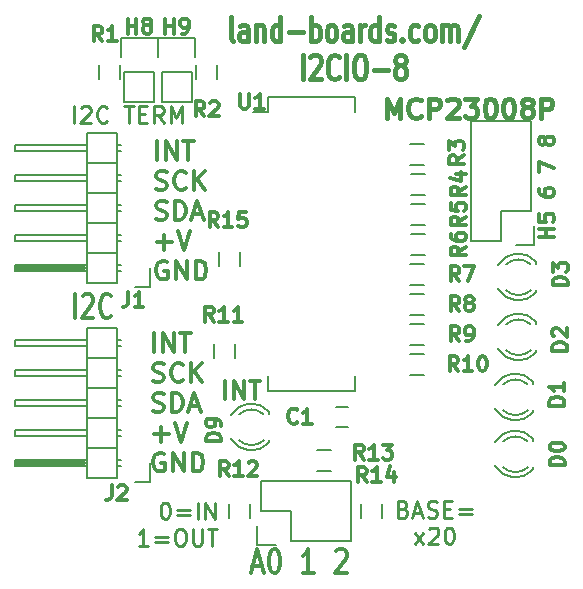
<source format=gto>
G04 #@! TF.FileFunction,Legend,Top*
%FSLAX46Y46*%
G04 Gerber Fmt 4.6, Leading zero omitted, Abs format (unit mm)*
G04 Created by KiCad (PCBNEW (after 2015-mar-04 BZR unknown)-product) date 11/20/2015 3:36:00 PM*
%MOMM*%
G01*
G04 APERTURE LIST*
%ADD10C,0.150000*%
%ADD11C,0.304800*%
%ADD12C,0.285750*%
%ADD13C,0.381000*%
%ADD14C,0.412750*%
G04 APERTURE END LIST*
D10*
D11*
X13331976Y-29445555D02*
X13331976Y-27858055D01*
X14087928Y-29445555D02*
X14087928Y-27858055D01*
X14995071Y-29445555D01*
X14995071Y-27858055D01*
X15524237Y-27858055D02*
X16431380Y-27858055D01*
X15977809Y-29445555D02*
X15977809Y-27858055D01*
X13256381Y-31897260D02*
X13483167Y-31972855D01*
X13861143Y-31972855D01*
X14012333Y-31897260D01*
X14087929Y-31821664D01*
X14163524Y-31670474D01*
X14163524Y-31519283D01*
X14087929Y-31368093D01*
X14012333Y-31292498D01*
X13861143Y-31216902D01*
X13558762Y-31141307D01*
X13407571Y-31065712D01*
X13331976Y-30990117D01*
X13256381Y-30838926D01*
X13256381Y-30687736D01*
X13331976Y-30536545D01*
X13407571Y-30460950D01*
X13558762Y-30385355D01*
X13936738Y-30385355D01*
X14163524Y-30460950D01*
X15751024Y-31821664D02*
X15675429Y-31897260D01*
X15448643Y-31972855D01*
X15297453Y-31972855D01*
X15070667Y-31897260D01*
X14919476Y-31746069D01*
X14843881Y-31594879D01*
X14768286Y-31292498D01*
X14768286Y-31065712D01*
X14843881Y-30763331D01*
X14919476Y-30612140D01*
X15070667Y-30460950D01*
X15297453Y-30385355D01*
X15448643Y-30385355D01*
X15675429Y-30460950D01*
X15751024Y-30536545D01*
X16431381Y-31972855D02*
X16431381Y-30385355D01*
X17338524Y-31972855D02*
X16658167Y-31065712D01*
X17338524Y-30385355D02*
X16431381Y-31292498D01*
X13256381Y-34424560D02*
X13483167Y-34500155D01*
X13861143Y-34500155D01*
X14012333Y-34424560D01*
X14087929Y-34348964D01*
X14163524Y-34197774D01*
X14163524Y-34046583D01*
X14087929Y-33895393D01*
X14012333Y-33819798D01*
X13861143Y-33744202D01*
X13558762Y-33668607D01*
X13407571Y-33593012D01*
X13331976Y-33517417D01*
X13256381Y-33366226D01*
X13256381Y-33215036D01*
X13331976Y-33063845D01*
X13407571Y-32988250D01*
X13558762Y-32912655D01*
X13936738Y-32912655D01*
X14163524Y-32988250D01*
X14843881Y-34500155D02*
X14843881Y-32912655D01*
X15221857Y-32912655D01*
X15448643Y-32988250D01*
X15599834Y-33139440D01*
X15675429Y-33290631D01*
X15751024Y-33593012D01*
X15751024Y-33819798D01*
X15675429Y-34122179D01*
X15599834Y-34273369D01*
X15448643Y-34424560D01*
X15221857Y-34500155D01*
X14843881Y-34500155D01*
X16355786Y-34046583D02*
X17111738Y-34046583D01*
X16204595Y-34500155D02*
X16733762Y-32912655D01*
X17262929Y-34500155D01*
X13331976Y-36422693D02*
X14541500Y-36422693D01*
X13936738Y-37027455D02*
X13936738Y-35817931D01*
X15070666Y-35439955D02*
X15599833Y-37027455D01*
X16129000Y-35439955D01*
X14163524Y-38042850D02*
X14012333Y-37967255D01*
X13785548Y-37967255D01*
X13558762Y-38042850D01*
X13407571Y-38194040D01*
X13331976Y-38345231D01*
X13256381Y-38647612D01*
X13256381Y-38874398D01*
X13331976Y-39176779D01*
X13407571Y-39327969D01*
X13558762Y-39479160D01*
X13785548Y-39554755D01*
X13936738Y-39554755D01*
X14163524Y-39479160D01*
X14239119Y-39403564D01*
X14239119Y-38874398D01*
X13936738Y-38874398D01*
X14919476Y-39554755D02*
X14919476Y-37967255D01*
X15826619Y-39554755D01*
X15826619Y-37967255D01*
X16582571Y-39554755D02*
X16582571Y-37967255D01*
X16960547Y-37967255D01*
X17187333Y-38042850D01*
X17338524Y-38194040D01*
X17414119Y-38345231D01*
X17489714Y-38647612D01*
X17489714Y-38874398D01*
X17414119Y-39176779D01*
X17338524Y-39327969D01*
X17187333Y-39479160D01*
X16960547Y-39554755D01*
X16582571Y-39554755D01*
D12*
X6555620Y-10029976D02*
X6555620Y-8632976D01*
X7154334Y-8766024D02*
X7220858Y-8699500D01*
X7353906Y-8632976D01*
X7686525Y-8632976D01*
X7819572Y-8699500D01*
X7886096Y-8766024D01*
X7952620Y-8899071D01*
X7952620Y-9032119D01*
X7886096Y-9231690D01*
X7087810Y-10029976D01*
X7952620Y-10029976D01*
X9349620Y-9896929D02*
X9283096Y-9963452D01*
X9083525Y-10029976D01*
X8950477Y-10029976D01*
X8750905Y-9963452D01*
X8617858Y-9830405D01*
X8551334Y-9697357D01*
X8484810Y-9431262D01*
X8484810Y-9231690D01*
X8551334Y-8965595D01*
X8617858Y-8832548D01*
X8750905Y-8699500D01*
X8950477Y-8632976D01*
X9083525Y-8632976D01*
X9283096Y-8699500D01*
X9349620Y-8766024D01*
X10813144Y-8632976D02*
X11611429Y-8632976D01*
X11212286Y-10029976D02*
X11212286Y-8632976D01*
X12077096Y-9298214D02*
X12542763Y-9298214D01*
X12742334Y-10029976D02*
X12077096Y-10029976D01*
X12077096Y-8632976D01*
X12742334Y-8632976D01*
X14139334Y-10029976D02*
X13673667Y-9364738D01*
X13341048Y-10029976D02*
X13341048Y-8632976D01*
X13873239Y-8632976D01*
X14006286Y-8699500D01*
X14072810Y-8766024D01*
X14139334Y-8899071D01*
X14139334Y-9098643D01*
X14072810Y-9231690D01*
X14006286Y-9298214D01*
X13873239Y-9364738D01*
X13341048Y-9364738D01*
X14738048Y-10029976D02*
X14738048Y-8632976D01*
X15203715Y-9630833D01*
X15669381Y-8632976D01*
X15669381Y-10029976D01*
X14205857Y-42183201D02*
X14338905Y-42183201D01*
X14471953Y-42249725D01*
X14538476Y-42316249D01*
X14605000Y-42449296D01*
X14671524Y-42715392D01*
X14671524Y-43048011D01*
X14605000Y-43314106D01*
X14538476Y-43447154D01*
X14471953Y-43513677D01*
X14338905Y-43580201D01*
X14205857Y-43580201D01*
X14072810Y-43513677D01*
X14006286Y-43447154D01*
X13939762Y-43314106D01*
X13873238Y-43048011D01*
X13873238Y-42715392D01*
X13939762Y-42449296D01*
X14006286Y-42316249D01*
X14072810Y-42249725D01*
X14205857Y-42183201D01*
X15270238Y-42848439D02*
X16334619Y-42848439D01*
X16334619Y-43247582D02*
X15270238Y-43247582D01*
X16999857Y-43580201D02*
X16999857Y-42183201D01*
X17665095Y-43580201D02*
X17665095Y-42183201D01*
X18463381Y-43580201D01*
X18463381Y-42183201D01*
X12808857Y-45821751D02*
X12010571Y-45821751D01*
X12409714Y-45821751D02*
X12409714Y-44424751D01*
X12276666Y-44624323D01*
X12143619Y-44757370D01*
X12010571Y-44823894D01*
X13407571Y-45089989D02*
X14471952Y-45089989D01*
X14471952Y-45489132D02*
X13407571Y-45489132D01*
X15403285Y-44424751D02*
X15669381Y-44424751D01*
X15802428Y-44491275D01*
X15935476Y-44624323D01*
X16002000Y-44890418D01*
X16002000Y-45356085D01*
X15935476Y-45622180D01*
X15802428Y-45755227D01*
X15669381Y-45821751D01*
X15403285Y-45821751D01*
X15270238Y-45755227D01*
X15137190Y-45622180D01*
X15070666Y-45356085D01*
X15070666Y-44890418D01*
X15137190Y-44624323D01*
X15270238Y-44491275D01*
X15403285Y-44424751D01*
X16600714Y-44424751D02*
X16600714Y-45555656D01*
X16667238Y-45688704D01*
X16733762Y-45755227D01*
X16866809Y-45821751D01*
X17132905Y-45821751D01*
X17265952Y-45755227D01*
X17332476Y-45688704D01*
X17399000Y-45555656D01*
X17399000Y-44424751D01*
X17864667Y-44424751D02*
X18662952Y-44424751D01*
X18263809Y-45821751D02*
X18263809Y-44424751D01*
X34423048Y-42721439D02*
X34622619Y-42787963D01*
X34689143Y-42854487D01*
X34755667Y-42987535D01*
X34755667Y-43187106D01*
X34689143Y-43320154D01*
X34622619Y-43386677D01*
X34489572Y-43453201D01*
X33957381Y-43453201D01*
X33957381Y-42056201D01*
X34423048Y-42056201D01*
X34556095Y-42122725D01*
X34622619Y-42189249D01*
X34689143Y-42322296D01*
X34689143Y-42455344D01*
X34622619Y-42588392D01*
X34556095Y-42654915D01*
X34423048Y-42721439D01*
X33957381Y-42721439D01*
X35287857Y-43054058D02*
X35953095Y-43054058D01*
X35154810Y-43453201D02*
X35620476Y-42056201D01*
X36086143Y-43453201D01*
X36485286Y-43386677D02*
X36684858Y-43453201D01*
X37017477Y-43453201D01*
X37150524Y-43386677D01*
X37217048Y-43320154D01*
X37283572Y-43187106D01*
X37283572Y-43054058D01*
X37217048Y-42921011D01*
X37150524Y-42854487D01*
X37017477Y-42787963D01*
X36751381Y-42721439D01*
X36618334Y-42654915D01*
X36551810Y-42588392D01*
X36485286Y-42455344D01*
X36485286Y-42322296D01*
X36551810Y-42189249D01*
X36618334Y-42122725D01*
X36751381Y-42056201D01*
X37084001Y-42056201D01*
X37283572Y-42122725D01*
X37882286Y-42721439D02*
X38347953Y-42721439D01*
X38547524Y-43453201D02*
X37882286Y-43453201D01*
X37882286Y-42056201D01*
X38547524Y-42056201D01*
X39146238Y-42721439D02*
X40210619Y-42721439D01*
X40210619Y-43120582D02*
X39146238Y-43120582D01*
X35387643Y-45694751D02*
X36119405Y-44763418D01*
X35387643Y-44763418D02*
X36119405Y-45694751D01*
X36585072Y-44430799D02*
X36651596Y-44364275D01*
X36784644Y-44297751D01*
X37117263Y-44297751D01*
X37250310Y-44364275D01*
X37316834Y-44430799D01*
X37383358Y-44563846D01*
X37383358Y-44696894D01*
X37316834Y-44896465D01*
X36518548Y-45694751D01*
X37383358Y-45694751D01*
X38248167Y-44297751D02*
X38381215Y-44297751D01*
X38514263Y-44364275D01*
X38580786Y-44430799D01*
X38647310Y-44563846D01*
X38713834Y-44829942D01*
X38713834Y-45162561D01*
X38647310Y-45428656D01*
X38580786Y-45561704D01*
X38514263Y-45628227D01*
X38381215Y-45694751D01*
X38248167Y-45694751D01*
X38115120Y-45628227D01*
X38048596Y-45561704D01*
X37982072Y-45428656D01*
X37915548Y-45162561D01*
X37915548Y-44829942D01*
X37982072Y-44563846D01*
X38048596Y-44430799D01*
X38115120Y-44364275D01*
X38248167Y-44297751D01*
D11*
X47183524Y-19727333D02*
X45913524Y-19727333D01*
X46518286Y-19727333D02*
X46518286Y-19001619D01*
X47183524Y-19001619D02*
X45913524Y-19001619D01*
X45913524Y-17792095D02*
X45913524Y-18396857D01*
X46518286Y-18457333D01*
X46457810Y-18396857D01*
X46397333Y-18275905D01*
X46397333Y-17973524D01*
X46457810Y-17852571D01*
X46518286Y-17792095D01*
X46639238Y-17731619D01*
X46941619Y-17731619D01*
X47062571Y-17792095D01*
X47123048Y-17852571D01*
X47183524Y-17973524D01*
X47183524Y-18275905D01*
X47123048Y-18396857D01*
X47062571Y-18457333D01*
X45913524Y-15675428D02*
X45913524Y-15917333D01*
X45974000Y-16038285D01*
X46034476Y-16098762D01*
X46215905Y-16219714D01*
X46457810Y-16280190D01*
X46941619Y-16280190D01*
X47062571Y-16219714D01*
X47123048Y-16159238D01*
X47183524Y-16038285D01*
X47183524Y-15796381D01*
X47123048Y-15675428D01*
X47062571Y-15614952D01*
X46941619Y-15554476D01*
X46639238Y-15554476D01*
X46518286Y-15614952D01*
X46457810Y-15675428D01*
X46397333Y-15796381D01*
X46397333Y-16038285D01*
X46457810Y-16159238D01*
X46518286Y-16219714D01*
X46639238Y-16280190D01*
X45913524Y-14163523D02*
X45913524Y-13316857D01*
X47183524Y-13861142D01*
X46457810Y-11683999D02*
X46397333Y-11804952D01*
X46336857Y-11865428D01*
X46215905Y-11925904D01*
X46155429Y-11925904D01*
X46034476Y-11865428D01*
X45974000Y-11804952D01*
X45913524Y-11683999D01*
X45913524Y-11442095D01*
X45974000Y-11321142D01*
X46034476Y-11260666D01*
X46155429Y-11200190D01*
X46215905Y-11200190D01*
X46336857Y-11260666D01*
X46397333Y-11321142D01*
X46457810Y-11442095D01*
X46457810Y-11683999D01*
X46518286Y-11804952D01*
X46578762Y-11865428D01*
X46699714Y-11925904D01*
X46941619Y-11925904D01*
X47062571Y-11865428D01*
X47123048Y-11804952D01*
X47183524Y-11683999D01*
X47183524Y-11442095D01*
X47123048Y-11321142D01*
X47062571Y-11260666D01*
X46941619Y-11200190D01*
X46699714Y-11200190D01*
X46578762Y-11260666D01*
X46518286Y-11321142D01*
X46457810Y-11442095D01*
X19322143Y-33455429D02*
X19322143Y-31931429D01*
X20047857Y-33455429D02*
X20047857Y-31931429D01*
X20918714Y-33455429D01*
X20918714Y-31931429D01*
X21426714Y-31931429D02*
X22297571Y-31931429D01*
X21862142Y-33455429D02*
X21862142Y-31931429D01*
X13585976Y-13189555D02*
X13585976Y-11602055D01*
X14341928Y-13189555D02*
X14341928Y-11602055D01*
X15249071Y-13189555D01*
X15249071Y-11602055D01*
X15778237Y-11602055D02*
X16685380Y-11602055D01*
X16231809Y-13189555D02*
X16231809Y-11602055D01*
X13510381Y-15641260D02*
X13737167Y-15716855D01*
X14115143Y-15716855D01*
X14266333Y-15641260D01*
X14341929Y-15565664D01*
X14417524Y-15414474D01*
X14417524Y-15263283D01*
X14341929Y-15112093D01*
X14266333Y-15036498D01*
X14115143Y-14960902D01*
X13812762Y-14885307D01*
X13661571Y-14809712D01*
X13585976Y-14734117D01*
X13510381Y-14582926D01*
X13510381Y-14431736D01*
X13585976Y-14280545D01*
X13661571Y-14204950D01*
X13812762Y-14129355D01*
X14190738Y-14129355D01*
X14417524Y-14204950D01*
X16005024Y-15565664D02*
X15929429Y-15641260D01*
X15702643Y-15716855D01*
X15551453Y-15716855D01*
X15324667Y-15641260D01*
X15173476Y-15490069D01*
X15097881Y-15338879D01*
X15022286Y-15036498D01*
X15022286Y-14809712D01*
X15097881Y-14507331D01*
X15173476Y-14356140D01*
X15324667Y-14204950D01*
X15551453Y-14129355D01*
X15702643Y-14129355D01*
X15929429Y-14204950D01*
X16005024Y-14280545D01*
X16685381Y-15716855D02*
X16685381Y-14129355D01*
X17592524Y-15716855D02*
X16912167Y-14809712D01*
X17592524Y-14129355D02*
X16685381Y-15036498D01*
X13510381Y-18168560D02*
X13737167Y-18244155D01*
X14115143Y-18244155D01*
X14266333Y-18168560D01*
X14341929Y-18092964D01*
X14417524Y-17941774D01*
X14417524Y-17790583D01*
X14341929Y-17639393D01*
X14266333Y-17563798D01*
X14115143Y-17488202D01*
X13812762Y-17412607D01*
X13661571Y-17337012D01*
X13585976Y-17261417D01*
X13510381Y-17110226D01*
X13510381Y-16959036D01*
X13585976Y-16807845D01*
X13661571Y-16732250D01*
X13812762Y-16656655D01*
X14190738Y-16656655D01*
X14417524Y-16732250D01*
X15097881Y-18244155D02*
X15097881Y-16656655D01*
X15475857Y-16656655D01*
X15702643Y-16732250D01*
X15853834Y-16883440D01*
X15929429Y-17034631D01*
X16005024Y-17337012D01*
X16005024Y-17563798D01*
X15929429Y-17866179D01*
X15853834Y-18017369D01*
X15702643Y-18168560D01*
X15475857Y-18244155D01*
X15097881Y-18244155D01*
X16609786Y-17790583D02*
X17365738Y-17790583D01*
X16458595Y-18244155D02*
X16987762Y-16656655D01*
X17516929Y-18244155D01*
X13585976Y-20166693D02*
X14795500Y-20166693D01*
X14190738Y-20771455D02*
X14190738Y-19561931D01*
X15324666Y-19183955D02*
X15853833Y-20771455D01*
X16383000Y-19183955D01*
X14417524Y-21786850D02*
X14266333Y-21711255D01*
X14039548Y-21711255D01*
X13812762Y-21786850D01*
X13661571Y-21938040D01*
X13585976Y-22089231D01*
X13510381Y-22391612D01*
X13510381Y-22618398D01*
X13585976Y-22920779D01*
X13661571Y-23071969D01*
X13812762Y-23223160D01*
X14039548Y-23298755D01*
X14190738Y-23298755D01*
X14417524Y-23223160D01*
X14493119Y-23147564D01*
X14493119Y-22618398D01*
X14190738Y-22618398D01*
X15173476Y-23298755D02*
X15173476Y-21711255D01*
X16080619Y-23298755D01*
X16080619Y-21711255D01*
X16836571Y-23298755D02*
X16836571Y-21711255D01*
X17214547Y-21711255D01*
X17441333Y-21786850D01*
X17592524Y-21938040D01*
X17668119Y-22089231D01*
X17743714Y-22391612D01*
X17743714Y-22618398D01*
X17668119Y-22920779D01*
X17592524Y-23071969D01*
X17441333Y-23223160D01*
X17214547Y-23298755D01*
X16836571Y-23298755D01*
D13*
X20029715Y-3116338D02*
X19884573Y-3019576D01*
X19812001Y-2826052D01*
X19812001Y-1084338D01*
X21263430Y-3116338D02*
X21263430Y-2051957D01*
X21190859Y-1858433D01*
X21045716Y-1761671D01*
X20755430Y-1761671D01*
X20610287Y-1858433D01*
X21263430Y-3019576D02*
X21118287Y-3116338D01*
X20755430Y-3116338D01*
X20610287Y-3019576D01*
X20537716Y-2826052D01*
X20537716Y-2632529D01*
X20610287Y-2439005D01*
X20755430Y-2342243D01*
X21118287Y-2342243D01*
X21263430Y-2245481D01*
X21989144Y-1761671D02*
X21989144Y-3116338D01*
X21989144Y-1955195D02*
X22061716Y-1858433D01*
X22206858Y-1761671D01*
X22424573Y-1761671D01*
X22569716Y-1858433D01*
X22642287Y-2051957D01*
X22642287Y-3116338D01*
X24021144Y-3116338D02*
X24021144Y-1084338D01*
X24021144Y-3019576D02*
X23876001Y-3116338D01*
X23585715Y-3116338D01*
X23440573Y-3019576D01*
X23368001Y-2922814D01*
X23295430Y-2729290D01*
X23295430Y-2148719D01*
X23368001Y-1955195D01*
X23440573Y-1858433D01*
X23585715Y-1761671D01*
X23876001Y-1761671D01*
X24021144Y-1858433D01*
X24746858Y-2342243D02*
X25908001Y-2342243D01*
X26633715Y-3116338D02*
X26633715Y-1084338D01*
X26633715Y-1858433D02*
X26778858Y-1761671D01*
X27069144Y-1761671D01*
X27214287Y-1858433D01*
X27286858Y-1955195D01*
X27359429Y-2148719D01*
X27359429Y-2729290D01*
X27286858Y-2922814D01*
X27214287Y-3019576D01*
X27069144Y-3116338D01*
X26778858Y-3116338D01*
X26633715Y-3019576D01*
X28230286Y-3116338D02*
X28085144Y-3019576D01*
X28012572Y-2922814D01*
X27940001Y-2729290D01*
X27940001Y-2148719D01*
X28012572Y-1955195D01*
X28085144Y-1858433D01*
X28230286Y-1761671D01*
X28448001Y-1761671D01*
X28593144Y-1858433D01*
X28665715Y-1955195D01*
X28738286Y-2148719D01*
X28738286Y-2729290D01*
X28665715Y-2922814D01*
X28593144Y-3019576D01*
X28448001Y-3116338D01*
X28230286Y-3116338D01*
X30044572Y-3116338D02*
X30044572Y-2051957D01*
X29972001Y-1858433D01*
X29826858Y-1761671D01*
X29536572Y-1761671D01*
X29391429Y-1858433D01*
X30044572Y-3019576D02*
X29899429Y-3116338D01*
X29536572Y-3116338D01*
X29391429Y-3019576D01*
X29318858Y-2826052D01*
X29318858Y-2632529D01*
X29391429Y-2439005D01*
X29536572Y-2342243D01*
X29899429Y-2342243D01*
X30044572Y-2245481D01*
X30770286Y-3116338D02*
X30770286Y-1761671D01*
X30770286Y-2148719D02*
X30842858Y-1955195D01*
X30915429Y-1858433D01*
X31060572Y-1761671D01*
X31205715Y-1761671D01*
X32366858Y-3116338D02*
X32366858Y-1084338D01*
X32366858Y-3019576D02*
X32221715Y-3116338D01*
X31931429Y-3116338D01*
X31786287Y-3019576D01*
X31713715Y-2922814D01*
X31641144Y-2729290D01*
X31641144Y-2148719D01*
X31713715Y-1955195D01*
X31786287Y-1858433D01*
X31931429Y-1761671D01*
X32221715Y-1761671D01*
X32366858Y-1858433D01*
X33020001Y-3019576D02*
X33165144Y-3116338D01*
X33455429Y-3116338D01*
X33600572Y-3019576D01*
X33673144Y-2826052D01*
X33673144Y-2729290D01*
X33600572Y-2535767D01*
X33455429Y-2439005D01*
X33237715Y-2439005D01*
X33092572Y-2342243D01*
X33020001Y-2148719D01*
X33020001Y-2051957D01*
X33092572Y-1858433D01*
X33237715Y-1761671D01*
X33455429Y-1761671D01*
X33600572Y-1858433D01*
X34326286Y-2922814D02*
X34398858Y-3019576D01*
X34326286Y-3116338D01*
X34253715Y-3019576D01*
X34326286Y-2922814D01*
X34326286Y-3116338D01*
X35705143Y-3019576D02*
X35560000Y-3116338D01*
X35269714Y-3116338D01*
X35124572Y-3019576D01*
X35052000Y-2922814D01*
X34979429Y-2729290D01*
X34979429Y-2148719D01*
X35052000Y-1955195D01*
X35124572Y-1858433D01*
X35269714Y-1761671D01*
X35560000Y-1761671D01*
X35705143Y-1858433D01*
X36576000Y-3116338D02*
X36430858Y-3019576D01*
X36358286Y-2922814D01*
X36285715Y-2729290D01*
X36285715Y-2148719D01*
X36358286Y-1955195D01*
X36430858Y-1858433D01*
X36576000Y-1761671D01*
X36793715Y-1761671D01*
X36938858Y-1858433D01*
X37011429Y-1955195D01*
X37084000Y-2148719D01*
X37084000Y-2729290D01*
X37011429Y-2922814D01*
X36938858Y-3019576D01*
X36793715Y-3116338D01*
X36576000Y-3116338D01*
X37737143Y-3116338D02*
X37737143Y-1761671D01*
X37737143Y-1955195D02*
X37809715Y-1858433D01*
X37954857Y-1761671D01*
X38172572Y-1761671D01*
X38317715Y-1858433D01*
X38390286Y-2051957D01*
X38390286Y-3116338D01*
X38390286Y-2051957D02*
X38462857Y-1858433D01*
X38608000Y-1761671D01*
X38825715Y-1761671D01*
X38970857Y-1858433D01*
X39043429Y-2051957D01*
X39043429Y-3116338D01*
X40857715Y-987576D02*
X39551429Y-3600148D01*
X25908000Y-6342138D02*
X25908000Y-4310138D01*
X26561143Y-4503662D02*
X26633714Y-4406900D01*
X26778857Y-4310138D01*
X27141714Y-4310138D01*
X27286857Y-4406900D01*
X27359428Y-4503662D01*
X27432000Y-4697186D01*
X27432000Y-4890710D01*
X27359428Y-5180995D01*
X26488571Y-6342138D01*
X27432000Y-6342138D01*
X28956000Y-6148614D02*
X28883429Y-6245376D01*
X28665715Y-6342138D01*
X28520572Y-6342138D01*
X28302857Y-6245376D01*
X28157715Y-6051852D01*
X28085143Y-5858329D01*
X28012572Y-5471281D01*
X28012572Y-5180995D01*
X28085143Y-4793948D01*
X28157715Y-4600424D01*
X28302857Y-4406900D01*
X28520572Y-4310138D01*
X28665715Y-4310138D01*
X28883429Y-4406900D01*
X28956000Y-4503662D01*
X29609143Y-6342138D02*
X29609143Y-4310138D01*
X30625143Y-4310138D02*
X30915429Y-4310138D01*
X31060571Y-4406900D01*
X31205714Y-4600424D01*
X31278286Y-4987471D01*
X31278286Y-5664805D01*
X31205714Y-6051852D01*
X31060571Y-6245376D01*
X30915429Y-6342138D01*
X30625143Y-6342138D01*
X30480000Y-6245376D01*
X30334857Y-6051852D01*
X30262286Y-5664805D01*
X30262286Y-4987471D01*
X30334857Y-4600424D01*
X30480000Y-4406900D01*
X30625143Y-4310138D01*
X31931428Y-5568043D02*
X33092571Y-5568043D01*
X34035999Y-5180995D02*
X33890857Y-5084233D01*
X33818285Y-4987471D01*
X33745714Y-4793948D01*
X33745714Y-4697186D01*
X33818285Y-4503662D01*
X33890857Y-4406900D01*
X34035999Y-4310138D01*
X34326285Y-4310138D01*
X34471428Y-4406900D01*
X34543999Y-4503662D01*
X34616571Y-4697186D01*
X34616571Y-4793948D01*
X34543999Y-4987471D01*
X34471428Y-5084233D01*
X34326285Y-5180995D01*
X34035999Y-5180995D01*
X33890857Y-5277757D01*
X33818285Y-5374519D01*
X33745714Y-5568043D01*
X33745714Y-5955090D01*
X33818285Y-6148614D01*
X33890857Y-6245376D01*
X34035999Y-6342138D01*
X34326285Y-6342138D01*
X34471428Y-6245376D01*
X34543999Y-6148614D01*
X34616571Y-5955090D01*
X34616571Y-5568043D01*
X34543999Y-5374519D01*
X34471428Y-5277757D01*
X34326285Y-5180995D01*
D14*
X33047214Y-9636881D02*
X33047214Y-7985881D01*
X33597548Y-9165167D01*
X34147881Y-7985881D01*
X34147881Y-9636881D01*
X35877500Y-9479643D02*
X35798881Y-9558262D01*
X35563024Y-9636881D01*
X35405786Y-9636881D01*
X35169928Y-9558262D01*
X35012690Y-9401024D01*
X34934071Y-9243786D01*
X34855452Y-8929310D01*
X34855452Y-8693452D01*
X34934071Y-8378976D01*
X35012690Y-8221738D01*
X35169928Y-8064500D01*
X35405786Y-7985881D01*
X35563024Y-7985881D01*
X35798881Y-8064500D01*
X35877500Y-8143119D01*
X36585071Y-9636881D02*
X36585071Y-7985881D01*
X37214024Y-7985881D01*
X37371262Y-8064500D01*
X37449881Y-8143119D01*
X37528500Y-8300357D01*
X37528500Y-8536214D01*
X37449881Y-8693452D01*
X37371262Y-8772071D01*
X37214024Y-8850690D01*
X36585071Y-8850690D01*
X38157452Y-8143119D02*
X38236071Y-8064500D01*
X38393309Y-7985881D01*
X38786405Y-7985881D01*
X38943643Y-8064500D01*
X39022262Y-8143119D01*
X39100881Y-8300357D01*
X39100881Y-8457595D01*
X39022262Y-8693452D01*
X38078833Y-9636881D01*
X39100881Y-9636881D01*
X39651214Y-7985881D02*
X40673262Y-7985881D01*
X40122928Y-8614833D01*
X40358786Y-8614833D01*
X40516024Y-8693452D01*
X40594643Y-8772071D01*
X40673262Y-8929310D01*
X40673262Y-9322405D01*
X40594643Y-9479643D01*
X40516024Y-9558262D01*
X40358786Y-9636881D01*
X39887071Y-9636881D01*
X39729833Y-9558262D01*
X39651214Y-9479643D01*
X41695309Y-7985881D02*
X41852548Y-7985881D01*
X42009786Y-8064500D01*
X42088405Y-8143119D01*
X42167024Y-8300357D01*
X42245643Y-8614833D01*
X42245643Y-9007929D01*
X42167024Y-9322405D01*
X42088405Y-9479643D01*
X42009786Y-9558262D01*
X41852548Y-9636881D01*
X41695309Y-9636881D01*
X41538071Y-9558262D01*
X41459452Y-9479643D01*
X41380833Y-9322405D01*
X41302214Y-9007929D01*
X41302214Y-8614833D01*
X41380833Y-8300357D01*
X41459452Y-8143119D01*
X41538071Y-8064500D01*
X41695309Y-7985881D01*
X43267690Y-7985881D02*
X43424929Y-7985881D01*
X43582167Y-8064500D01*
X43660786Y-8143119D01*
X43739405Y-8300357D01*
X43818024Y-8614833D01*
X43818024Y-9007929D01*
X43739405Y-9322405D01*
X43660786Y-9479643D01*
X43582167Y-9558262D01*
X43424929Y-9636881D01*
X43267690Y-9636881D01*
X43110452Y-9558262D01*
X43031833Y-9479643D01*
X42953214Y-9322405D01*
X42874595Y-9007929D01*
X42874595Y-8614833D01*
X42953214Y-8300357D01*
X43031833Y-8143119D01*
X43110452Y-8064500D01*
X43267690Y-7985881D01*
X44761452Y-8693452D02*
X44604214Y-8614833D01*
X44525595Y-8536214D01*
X44446976Y-8378976D01*
X44446976Y-8300357D01*
X44525595Y-8143119D01*
X44604214Y-8064500D01*
X44761452Y-7985881D01*
X45075929Y-7985881D01*
X45233167Y-8064500D01*
X45311786Y-8143119D01*
X45390405Y-8300357D01*
X45390405Y-8378976D01*
X45311786Y-8536214D01*
X45233167Y-8614833D01*
X45075929Y-8693452D01*
X44761452Y-8693452D01*
X44604214Y-8772071D01*
X44525595Y-8850690D01*
X44446976Y-9007929D01*
X44446976Y-9322405D01*
X44525595Y-9479643D01*
X44604214Y-9558262D01*
X44761452Y-9636881D01*
X45075929Y-9636881D01*
X45233167Y-9558262D01*
X45311786Y-9479643D01*
X45390405Y-9322405D01*
X45390405Y-9007929D01*
X45311786Y-8850690D01*
X45233167Y-8772071D01*
X45075929Y-8693452D01*
X46097976Y-9636881D02*
X46097976Y-7985881D01*
X46726929Y-7985881D01*
X46884167Y-8064500D01*
X46962786Y-8143119D01*
X47041405Y-8300357D01*
X47041405Y-8536214D01*
X46962786Y-8693452D01*
X46884167Y-8772071D01*
X46726929Y-8850690D01*
X46097976Y-8850690D01*
D11*
X6640286Y-26573238D02*
X6640286Y-24541238D01*
X7293429Y-24734762D02*
X7366000Y-24638000D01*
X7511143Y-24541238D01*
X7874000Y-24541238D01*
X8019143Y-24638000D01*
X8091714Y-24734762D01*
X8164286Y-24928286D01*
X8164286Y-25121810D01*
X8091714Y-25412095D01*
X7220857Y-26573238D01*
X8164286Y-26573238D01*
X9688286Y-26379714D02*
X9615715Y-26476476D01*
X9398001Y-26573238D01*
X9252858Y-26573238D01*
X9035143Y-26476476D01*
X8890001Y-26282952D01*
X8817429Y-26089429D01*
X8744858Y-25702381D01*
X8744858Y-25412095D01*
X8817429Y-25025048D01*
X8890001Y-24831524D01*
X9035143Y-24638000D01*
X9252858Y-24541238D01*
X9398001Y-24541238D01*
X9615715Y-24638000D01*
X9688286Y-24734762D01*
X21644428Y-47582667D02*
X22430619Y-47582667D01*
X21487190Y-48163238D02*
X22037523Y-46131238D01*
X22587857Y-48163238D01*
X23452666Y-46131238D02*
X23609905Y-46131238D01*
X23767143Y-46228000D01*
X23845762Y-46324762D01*
X23924381Y-46518286D01*
X24003000Y-46905333D01*
X24003000Y-47389143D01*
X23924381Y-47776190D01*
X23845762Y-47969714D01*
X23767143Y-48066476D01*
X23609905Y-48163238D01*
X23452666Y-48163238D01*
X23295428Y-48066476D01*
X23216809Y-47969714D01*
X23138190Y-47776190D01*
X23059571Y-47389143D01*
X23059571Y-46905333D01*
X23138190Y-46518286D01*
X23216809Y-46324762D01*
X23295428Y-46228000D01*
X23452666Y-46131238D01*
X26833286Y-48163238D02*
X25889857Y-48163238D01*
X26361571Y-48163238D02*
X26361571Y-46131238D01*
X26204333Y-46421524D01*
X26047095Y-46615048D01*
X25889857Y-46711810D01*
X28720143Y-46324762D02*
X28798762Y-46228000D01*
X28956000Y-46131238D01*
X29349096Y-46131238D01*
X29506334Y-46228000D01*
X29584953Y-46324762D01*
X29663572Y-46518286D01*
X29663572Y-46711810D01*
X29584953Y-47002095D01*
X28641524Y-48163238D01*
X29663572Y-48163238D01*
D10*
X22995000Y-7865000D02*
X22995000Y-9135000D01*
X30345000Y-7865000D02*
X30345000Y-9135000D01*
X30345000Y-32775000D02*
X30345000Y-31505000D01*
X22995000Y-32775000D02*
X22995000Y-31505000D01*
X22995000Y-7865000D02*
X30345000Y-7865000D01*
X22995000Y-32775000D02*
X30345000Y-32775000D01*
X22995000Y-9135000D02*
X21710000Y-9135000D01*
X21449000Y-42326000D02*
X21449000Y-43526000D01*
X19699000Y-43526000D02*
X19699000Y-42326000D01*
X27086000Y-37733000D02*
X28286000Y-37733000D01*
X28286000Y-39483000D02*
X27086000Y-39483000D01*
X32625000Y-42326000D02*
X32625000Y-43526000D01*
X30875000Y-43526000D02*
X30875000Y-42326000D01*
X10400000Y-5115000D02*
X10400000Y-6315000D01*
X8650000Y-6315000D02*
X8650000Y-5115000D01*
X18655000Y-5115000D02*
X18655000Y-6315000D01*
X16905000Y-6315000D02*
X16905000Y-5115000D01*
X20179000Y-28737000D02*
X20179000Y-29937000D01*
X18429000Y-29937000D02*
X18429000Y-28737000D01*
X36160000Y-13575000D02*
X34960000Y-13575000D01*
X34960000Y-11825000D02*
X36160000Y-11825000D01*
X36287000Y-16115000D02*
X35087000Y-16115000D01*
X35087000Y-14365000D02*
X36287000Y-14365000D01*
X36287000Y-18655000D02*
X35087000Y-18655000D01*
X35087000Y-16905000D02*
X36287000Y-16905000D01*
X36287000Y-21195000D02*
X35087000Y-21195000D01*
X35087000Y-19445000D02*
X36287000Y-19445000D01*
X34960000Y-21985000D02*
X36160000Y-21985000D01*
X36160000Y-23735000D02*
X34960000Y-23735000D01*
X34960000Y-24525000D02*
X36160000Y-24525000D01*
X36160000Y-26275000D02*
X34960000Y-26275000D01*
X34960000Y-27065000D02*
X36160000Y-27065000D01*
X36160000Y-28815000D02*
X34960000Y-28815000D01*
X34960000Y-29605000D02*
X36160000Y-29605000D01*
X36160000Y-31355000D02*
X34960000Y-31355000D01*
X18810000Y-22190000D02*
X18810000Y-20990000D01*
X20560000Y-20990000D02*
X20560000Y-22190000D01*
X29710000Y-34075000D02*
X28710000Y-34075000D01*
X28710000Y-35775000D02*
X29710000Y-35775000D01*
X13335000Y-5715000D02*
X13335000Y-8255000D01*
X13615000Y-2895000D02*
X13615000Y-4445000D01*
X13335000Y-5715000D02*
X10795000Y-5715000D01*
X10515000Y-4445000D02*
X10515000Y-2895000D01*
X10515000Y-2895000D02*
X13615000Y-2895000D01*
X10795000Y-5715000D02*
X10795000Y-8255000D01*
X10795000Y-8255000D02*
X13335000Y-8255000D01*
X16510000Y-5715000D02*
X16510000Y-8255000D01*
X16790000Y-2895000D02*
X16790000Y-4445000D01*
X16510000Y-5715000D02*
X13970000Y-5715000D01*
X13690000Y-4445000D02*
X13690000Y-2895000D01*
X13690000Y-2895000D02*
X16790000Y-2895000D01*
X13970000Y-5715000D02*
X13970000Y-8255000D01*
X13970000Y-8255000D02*
X16510000Y-8255000D01*
X45212000Y-17526000D02*
X45212000Y-9906000D01*
X45212000Y-9906000D02*
X40132000Y-9906000D01*
X40132000Y-9906000D02*
X40132000Y-20066000D01*
X40132000Y-20066000D02*
X42672000Y-20066000D01*
X43942000Y-20346000D02*
X45492000Y-20346000D01*
X42672000Y-20066000D02*
X42672000Y-17526000D01*
X42672000Y-17526000D02*
X45212000Y-17526000D01*
X45492000Y-20346000D02*
X45492000Y-18796000D01*
X45411000Y-36786000D02*
X45411000Y-36986000D01*
X45411000Y-39380000D02*
X45411000Y-39200000D01*
X42183256Y-39069643D02*
G75*
G03X45411000Y-39386000I1727744J1003643D01*
G01*
X42858994Y-39199068D02*
G75*
G03X44962000Y-39200000I1052006J1133068D01*
G01*
X45398220Y-36759274D02*
G75*
G03X42161000Y-37106000I-1497220J-1306726D01*
G01*
X44924889Y-36986747D02*
G75*
G03X42877000Y-37006000I-1013889J-1079253D01*
G01*
X45411000Y-31960000D02*
X45411000Y-32160000D01*
X45411000Y-34554000D02*
X45411000Y-34374000D01*
X42183256Y-34243643D02*
G75*
G03X45411000Y-34560000I1727744J1003643D01*
G01*
X42858994Y-34373068D02*
G75*
G03X44962000Y-34374000I1052006J1133068D01*
G01*
X45398220Y-31933274D02*
G75*
G03X42161000Y-32280000I-1497220J-1306726D01*
G01*
X44924889Y-32160747D02*
G75*
G03X42877000Y-32180000I-1013889J-1079253D01*
G01*
X45665000Y-26880000D02*
X45665000Y-27080000D01*
X45665000Y-29474000D02*
X45665000Y-29294000D01*
X42437256Y-29163643D02*
G75*
G03X45665000Y-29480000I1727744J1003643D01*
G01*
X43112994Y-29293068D02*
G75*
G03X45216000Y-29294000I1052006J1133068D01*
G01*
X45652220Y-26853274D02*
G75*
G03X42415000Y-27200000I-1497220J-1306726D01*
G01*
X45178889Y-27080747D02*
G75*
G03X43131000Y-27100000I-1013889J-1079253D01*
G01*
X45665000Y-21800000D02*
X45665000Y-22000000D01*
X45665000Y-24394000D02*
X45665000Y-24214000D01*
X42437256Y-24083643D02*
G75*
G03X45665000Y-24400000I1727744J1003643D01*
G01*
X43112994Y-24213068D02*
G75*
G03X45216000Y-24214000I1052006J1133068D01*
G01*
X45652220Y-21773274D02*
G75*
G03X42415000Y-22120000I-1497220J-1306726D01*
G01*
X45178889Y-22000747D02*
G75*
G03X43131000Y-22020000I-1013889J-1079253D01*
G01*
X23059000Y-34500000D02*
X23059000Y-34700000D01*
X23059000Y-37094000D02*
X23059000Y-36914000D01*
X19831256Y-36783643D02*
G75*
G03X23059000Y-37100000I1727744J1003643D01*
G01*
X20506994Y-36913068D02*
G75*
G03X22610000Y-36914000I1052006J1133068D01*
G01*
X23046220Y-34473274D02*
G75*
G03X19809000Y-34820000I-1497220J-1306726D01*
G01*
X22572889Y-34700747D02*
G75*
G03X20525000Y-34720000I-1013889J-1079253D01*
G01*
X24892000Y-45466000D02*
X29972000Y-45466000D01*
X22072000Y-45746000D02*
X22072000Y-44196000D01*
X22352000Y-42926000D02*
X24892000Y-42926000D01*
X24892000Y-42926000D02*
X24892000Y-45466000D01*
X29972000Y-45466000D02*
X29972000Y-40386000D01*
X29972000Y-40386000D02*
X24892000Y-40386000D01*
X22072000Y-45746000D02*
X23622000Y-45746000D01*
X22352000Y-40386000D02*
X22352000Y-42926000D01*
X24892000Y-40386000D02*
X22352000Y-40386000D01*
X12984000Y-23902000D02*
X12984000Y-22352000D01*
X11684000Y-23902000D02*
X12984000Y-23902000D01*
X7493000Y-22479000D02*
X1651000Y-22479000D01*
X1651000Y-22479000D02*
X1651000Y-22225000D01*
X1651000Y-22225000D02*
X7493000Y-22225000D01*
X7493000Y-22225000D02*
X7493000Y-22352000D01*
X7493000Y-22352000D02*
X1651000Y-22352000D01*
X10160000Y-22606000D02*
X10541000Y-22606000D01*
X10160000Y-22098000D02*
X10541000Y-22098000D01*
X10160000Y-20066000D02*
X10541000Y-20066000D01*
X10160000Y-19558000D02*
X10541000Y-19558000D01*
X10160000Y-17526000D02*
X10541000Y-17526000D01*
X10160000Y-17018000D02*
X10541000Y-17018000D01*
X10160000Y-14986000D02*
X10541000Y-14986000D01*
X10160000Y-14478000D02*
X10541000Y-14478000D01*
X10160000Y-11938000D02*
X10541000Y-11938000D01*
X10160000Y-12446000D02*
X10541000Y-12446000D01*
X7620000Y-21082000D02*
X7620000Y-23622000D01*
X1524000Y-22098000D02*
X7620000Y-22098000D01*
X1524000Y-22606000D02*
X1524000Y-22098000D01*
X7620000Y-22606000D02*
X1524000Y-22606000D01*
X10160000Y-21082000D02*
X7620000Y-21082000D01*
X10160000Y-23622000D02*
X10160000Y-21082000D01*
X10160000Y-23622000D02*
X7620000Y-23622000D01*
X10160000Y-18542000D02*
X7620000Y-18542000D01*
X10160000Y-18542000D02*
X10160000Y-16002000D01*
X10160000Y-16002000D02*
X7620000Y-16002000D01*
X7620000Y-17526000D02*
X1524000Y-17526000D01*
X1524000Y-17526000D02*
X1524000Y-17018000D01*
X1524000Y-17018000D02*
X7620000Y-17018000D01*
X7620000Y-16002000D02*
X7620000Y-18542000D01*
X7620000Y-18542000D02*
X7620000Y-21082000D01*
X1524000Y-19558000D02*
X7620000Y-19558000D01*
X1524000Y-20066000D02*
X1524000Y-19558000D01*
X7620000Y-20066000D02*
X1524000Y-20066000D01*
X10160000Y-18542000D02*
X7620000Y-18542000D01*
X10160000Y-21082000D02*
X10160000Y-18542000D01*
X10160000Y-21082000D02*
X7620000Y-21082000D01*
X10160000Y-13462000D02*
X7620000Y-13462000D01*
X10160000Y-13462000D02*
X10160000Y-10922000D01*
X10160000Y-10922000D02*
X7620000Y-10922000D01*
X7620000Y-12446000D02*
X1524000Y-12446000D01*
X1524000Y-12446000D02*
X1524000Y-11938000D01*
X1524000Y-11938000D02*
X7620000Y-11938000D01*
X7620000Y-10922000D02*
X7620000Y-13462000D01*
X7620000Y-13462000D02*
X7620000Y-16002000D01*
X1524000Y-14478000D02*
X7620000Y-14478000D01*
X1524000Y-14986000D02*
X1524000Y-14478000D01*
X7620000Y-14986000D02*
X1524000Y-14986000D01*
X10160000Y-13462000D02*
X7620000Y-13462000D01*
X10160000Y-16002000D02*
X10160000Y-13462000D01*
X10160000Y-16002000D02*
X7620000Y-16002000D01*
X12984000Y-40412000D02*
X12984000Y-38862000D01*
X11684000Y-40412000D02*
X12984000Y-40412000D01*
X7493000Y-38989000D02*
X1651000Y-38989000D01*
X1651000Y-38989000D02*
X1651000Y-38735000D01*
X1651000Y-38735000D02*
X7493000Y-38735000D01*
X7493000Y-38735000D02*
X7493000Y-38862000D01*
X7493000Y-38862000D02*
X1651000Y-38862000D01*
X10160000Y-39116000D02*
X10541000Y-39116000D01*
X10160000Y-38608000D02*
X10541000Y-38608000D01*
X10160000Y-36576000D02*
X10541000Y-36576000D01*
X10160000Y-36068000D02*
X10541000Y-36068000D01*
X10160000Y-34036000D02*
X10541000Y-34036000D01*
X10160000Y-33528000D02*
X10541000Y-33528000D01*
X10160000Y-31496000D02*
X10541000Y-31496000D01*
X10160000Y-30988000D02*
X10541000Y-30988000D01*
X10160000Y-28448000D02*
X10541000Y-28448000D01*
X10160000Y-28956000D02*
X10541000Y-28956000D01*
X7620000Y-37592000D02*
X7620000Y-40132000D01*
X1524000Y-38608000D02*
X7620000Y-38608000D01*
X1524000Y-39116000D02*
X1524000Y-38608000D01*
X7620000Y-39116000D02*
X1524000Y-39116000D01*
X10160000Y-37592000D02*
X7620000Y-37592000D01*
X10160000Y-40132000D02*
X10160000Y-37592000D01*
X10160000Y-40132000D02*
X7620000Y-40132000D01*
X10160000Y-35052000D02*
X7620000Y-35052000D01*
X10160000Y-35052000D02*
X10160000Y-32512000D01*
X10160000Y-32512000D02*
X7620000Y-32512000D01*
X7620000Y-34036000D02*
X1524000Y-34036000D01*
X1524000Y-34036000D02*
X1524000Y-33528000D01*
X1524000Y-33528000D02*
X7620000Y-33528000D01*
X7620000Y-32512000D02*
X7620000Y-35052000D01*
X7620000Y-35052000D02*
X7620000Y-37592000D01*
X1524000Y-36068000D02*
X7620000Y-36068000D01*
X1524000Y-36576000D02*
X1524000Y-36068000D01*
X7620000Y-36576000D02*
X1524000Y-36576000D01*
X10160000Y-35052000D02*
X7620000Y-35052000D01*
X10160000Y-37592000D02*
X10160000Y-35052000D01*
X10160000Y-37592000D02*
X7620000Y-37592000D01*
X10160000Y-29972000D02*
X7620000Y-29972000D01*
X10160000Y-29972000D02*
X10160000Y-27432000D01*
X10160000Y-27432000D02*
X7620000Y-27432000D01*
X7620000Y-28956000D02*
X1524000Y-28956000D01*
X1524000Y-28956000D02*
X1524000Y-28448000D01*
X1524000Y-28448000D02*
X7620000Y-28448000D01*
X7620000Y-27432000D02*
X7620000Y-29972000D01*
X7620000Y-29972000D02*
X7620000Y-32512000D01*
X1524000Y-30988000D02*
X7620000Y-30988000D01*
X1524000Y-31496000D02*
X1524000Y-30988000D01*
X7620000Y-31496000D02*
X1524000Y-31496000D01*
X10160000Y-29972000D02*
X7620000Y-29972000D01*
X10160000Y-32512000D02*
X10160000Y-29972000D01*
X10160000Y-32512000D02*
X7620000Y-32512000D01*
D11*
X20622381Y-7559524D02*
X20622381Y-8587619D01*
X20682857Y-8708571D01*
X20743333Y-8769048D01*
X20864286Y-8829524D01*
X21106190Y-8829524D01*
X21227143Y-8769048D01*
X21287619Y-8708571D01*
X21348095Y-8587619D01*
X21348095Y-7559524D01*
X22618095Y-8829524D02*
X21892381Y-8829524D01*
X22255238Y-8829524D02*
X22255238Y-7559524D01*
X22134286Y-7740952D01*
X22013333Y-7861905D01*
X21892381Y-7922381D01*
X19630571Y-39944524D02*
X19207238Y-39339762D01*
X18904857Y-39944524D02*
X18904857Y-38674524D01*
X19388666Y-38674524D01*
X19509619Y-38735000D01*
X19570095Y-38795476D01*
X19630571Y-38916429D01*
X19630571Y-39097857D01*
X19570095Y-39218810D01*
X19509619Y-39279286D01*
X19388666Y-39339762D01*
X18904857Y-39339762D01*
X20840095Y-39944524D02*
X20114381Y-39944524D01*
X20477238Y-39944524D02*
X20477238Y-38674524D01*
X20356286Y-38855952D01*
X20235333Y-38976905D01*
X20114381Y-39037381D01*
X21323905Y-38795476D02*
X21384381Y-38735000D01*
X21505333Y-38674524D01*
X21807714Y-38674524D01*
X21928667Y-38735000D01*
X21989143Y-38795476D01*
X22049619Y-38916429D01*
X22049619Y-39037381D01*
X21989143Y-39218810D01*
X21263429Y-39944524D01*
X22049619Y-39944524D01*
X31060571Y-38547524D02*
X30637238Y-37942762D01*
X30334857Y-38547524D02*
X30334857Y-37277524D01*
X30818666Y-37277524D01*
X30939619Y-37338000D01*
X31000095Y-37398476D01*
X31060571Y-37519429D01*
X31060571Y-37700857D01*
X31000095Y-37821810D01*
X30939619Y-37882286D01*
X30818666Y-37942762D01*
X30334857Y-37942762D01*
X32270095Y-38547524D02*
X31544381Y-38547524D01*
X31907238Y-38547524D02*
X31907238Y-37277524D01*
X31786286Y-37458952D01*
X31665333Y-37579905D01*
X31544381Y-37640381D01*
X32693429Y-37277524D02*
X33479619Y-37277524D01*
X33056286Y-37761333D01*
X33237714Y-37761333D01*
X33358667Y-37821810D01*
X33419143Y-37882286D01*
X33479619Y-38003238D01*
X33479619Y-38305619D01*
X33419143Y-38426571D01*
X33358667Y-38487048D01*
X33237714Y-38547524D01*
X32874857Y-38547524D01*
X32753905Y-38487048D01*
X32693429Y-38426571D01*
X31314571Y-40452524D02*
X30891238Y-39847762D01*
X30588857Y-40452524D02*
X30588857Y-39182524D01*
X31072666Y-39182524D01*
X31193619Y-39243000D01*
X31254095Y-39303476D01*
X31314571Y-39424429D01*
X31314571Y-39605857D01*
X31254095Y-39726810D01*
X31193619Y-39787286D01*
X31072666Y-39847762D01*
X30588857Y-39847762D01*
X32524095Y-40452524D02*
X31798381Y-40452524D01*
X32161238Y-40452524D02*
X32161238Y-39182524D01*
X32040286Y-39363952D01*
X31919333Y-39484905D01*
X31798381Y-39545381D01*
X33612667Y-39605857D02*
X33612667Y-40452524D01*
X33310286Y-39122048D02*
X33007905Y-40029190D01*
X33794095Y-40029190D01*
X8932333Y-3114524D02*
X8509000Y-2509762D01*
X8206619Y-3114524D02*
X8206619Y-1844524D01*
X8690428Y-1844524D01*
X8811381Y-1905000D01*
X8871857Y-1965476D01*
X8932333Y-2086429D01*
X8932333Y-2267857D01*
X8871857Y-2388810D01*
X8811381Y-2449286D01*
X8690428Y-2509762D01*
X8206619Y-2509762D01*
X10141857Y-3114524D02*
X9416143Y-3114524D01*
X9779000Y-3114524D02*
X9779000Y-1844524D01*
X9658048Y-2025952D01*
X9537095Y-2146905D01*
X9416143Y-2207381D01*
X17568333Y-9464524D02*
X17145000Y-8859762D01*
X16842619Y-9464524D02*
X16842619Y-8194524D01*
X17326428Y-8194524D01*
X17447381Y-8255000D01*
X17507857Y-8315476D01*
X17568333Y-8436429D01*
X17568333Y-8617857D01*
X17507857Y-8738810D01*
X17447381Y-8799286D01*
X17326428Y-8859762D01*
X16842619Y-8859762D01*
X18052143Y-8315476D02*
X18112619Y-8255000D01*
X18233571Y-8194524D01*
X18535952Y-8194524D01*
X18656905Y-8255000D01*
X18717381Y-8315476D01*
X18777857Y-8436429D01*
X18777857Y-8557381D01*
X18717381Y-8738810D01*
X17991667Y-9464524D01*
X18777857Y-9464524D01*
X18360571Y-26863524D02*
X17937238Y-26258762D01*
X17634857Y-26863524D02*
X17634857Y-25593524D01*
X18118666Y-25593524D01*
X18239619Y-25654000D01*
X18300095Y-25714476D01*
X18360571Y-25835429D01*
X18360571Y-26016857D01*
X18300095Y-26137810D01*
X18239619Y-26198286D01*
X18118666Y-26258762D01*
X17634857Y-26258762D01*
X19570095Y-26863524D02*
X18844381Y-26863524D01*
X19207238Y-26863524D02*
X19207238Y-25593524D01*
X19086286Y-25774952D01*
X18965333Y-25895905D01*
X18844381Y-25956381D01*
X20779619Y-26863524D02*
X20053905Y-26863524D01*
X20416762Y-26863524D02*
X20416762Y-25593524D01*
X20295810Y-25774952D01*
X20174857Y-25895905D01*
X20053905Y-25956381D01*
X39563524Y-12784667D02*
X38958762Y-13208000D01*
X39563524Y-13510381D02*
X38293524Y-13510381D01*
X38293524Y-13026572D01*
X38354000Y-12905619D01*
X38414476Y-12845143D01*
X38535429Y-12784667D01*
X38716857Y-12784667D01*
X38837810Y-12845143D01*
X38898286Y-12905619D01*
X38958762Y-13026572D01*
X38958762Y-13510381D01*
X38293524Y-12361333D02*
X38293524Y-11575143D01*
X38777333Y-11998476D01*
X38777333Y-11817048D01*
X38837810Y-11696095D01*
X38898286Y-11635619D01*
X39019238Y-11575143D01*
X39321619Y-11575143D01*
X39442571Y-11635619D01*
X39503048Y-11696095D01*
X39563524Y-11817048D01*
X39563524Y-12179905D01*
X39503048Y-12300857D01*
X39442571Y-12361333D01*
X39690524Y-15451667D02*
X39085762Y-15875000D01*
X39690524Y-16177381D02*
X38420524Y-16177381D01*
X38420524Y-15693572D01*
X38481000Y-15572619D01*
X38541476Y-15512143D01*
X38662429Y-15451667D01*
X38843857Y-15451667D01*
X38964810Y-15512143D01*
X39025286Y-15572619D01*
X39085762Y-15693572D01*
X39085762Y-16177381D01*
X38843857Y-14363095D02*
X39690524Y-14363095D01*
X38360048Y-14665476D02*
X39267190Y-14967857D01*
X39267190Y-14181667D01*
X39690524Y-17991667D02*
X39085762Y-18415000D01*
X39690524Y-18717381D02*
X38420524Y-18717381D01*
X38420524Y-18233572D01*
X38481000Y-18112619D01*
X38541476Y-18052143D01*
X38662429Y-17991667D01*
X38843857Y-17991667D01*
X38964810Y-18052143D01*
X39025286Y-18112619D01*
X39085762Y-18233572D01*
X39085762Y-18717381D01*
X38420524Y-16842619D02*
X38420524Y-17447381D01*
X39025286Y-17507857D01*
X38964810Y-17447381D01*
X38904333Y-17326429D01*
X38904333Y-17024048D01*
X38964810Y-16903095D01*
X39025286Y-16842619D01*
X39146238Y-16782143D01*
X39448619Y-16782143D01*
X39569571Y-16842619D01*
X39630048Y-16903095D01*
X39690524Y-17024048D01*
X39690524Y-17326429D01*
X39630048Y-17447381D01*
X39569571Y-17507857D01*
X39690524Y-20531667D02*
X39085762Y-20955000D01*
X39690524Y-21257381D02*
X38420524Y-21257381D01*
X38420524Y-20773572D01*
X38481000Y-20652619D01*
X38541476Y-20592143D01*
X38662429Y-20531667D01*
X38843857Y-20531667D01*
X38964810Y-20592143D01*
X39025286Y-20652619D01*
X39085762Y-20773572D01*
X39085762Y-21257381D01*
X38420524Y-19443095D02*
X38420524Y-19685000D01*
X38481000Y-19805952D01*
X38541476Y-19866429D01*
X38722905Y-19987381D01*
X38964810Y-20047857D01*
X39448619Y-20047857D01*
X39569571Y-19987381D01*
X39630048Y-19926905D01*
X39690524Y-19805952D01*
X39690524Y-19564048D01*
X39630048Y-19443095D01*
X39569571Y-19382619D01*
X39448619Y-19322143D01*
X39146238Y-19322143D01*
X39025286Y-19382619D01*
X38964810Y-19443095D01*
X38904333Y-19564048D01*
X38904333Y-19805952D01*
X38964810Y-19926905D01*
X39025286Y-19987381D01*
X39146238Y-20047857D01*
X39158333Y-23434524D02*
X38735000Y-22829762D01*
X38432619Y-23434524D02*
X38432619Y-22164524D01*
X38916428Y-22164524D01*
X39037381Y-22225000D01*
X39097857Y-22285476D01*
X39158333Y-22406429D01*
X39158333Y-22587857D01*
X39097857Y-22708810D01*
X39037381Y-22769286D01*
X38916428Y-22829762D01*
X38432619Y-22829762D01*
X39581667Y-22164524D02*
X40428333Y-22164524D01*
X39884048Y-23434524D01*
X39158333Y-25974524D02*
X38735000Y-25369762D01*
X38432619Y-25974524D02*
X38432619Y-24704524D01*
X38916428Y-24704524D01*
X39037381Y-24765000D01*
X39097857Y-24825476D01*
X39158333Y-24946429D01*
X39158333Y-25127857D01*
X39097857Y-25248810D01*
X39037381Y-25309286D01*
X38916428Y-25369762D01*
X38432619Y-25369762D01*
X39884048Y-25248810D02*
X39763095Y-25188333D01*
X39702619Y-25127857D01*
X39642143Y-25006905D01*
X39642143Y-24946429D01*
X39702619Y-24825476D01*
X39763095Y-24765000D01*
X39884048Y-24704524D01*
X40125952Y-24704524D01*
X40246905Y-24765000D01*
X40307381Y-24825476D01*
X40367857Y-24946429D01*
X40367857Y-25006905D01*
X40307381Y-25127857D01*
X40246905Y-25188333D01*
X40125952Y-25248810D01*
X39884048Y-25248810D01*
X39763095Y-25309286D01*
X39702619Y-25369762D01*
X39642143Y-25490714D01*
X39642143Y-25732619D01*
X39702619Y-25853571D01*
X39763095Y-25914048D01*
X39884048Y-25974524D01*
X40125952Y-25974524D01*
X40246905Y-25914048D01*
X40307381Y-25853571D01*
X40367857Y-25732619D01*
X40367857Y-25490714D01*
X40307381Y-25369762D01*
X40246905Y-25309286D01*
X40125952Y-25248810D01*
X39158333Y-28514524D02*
X38735000Y-27909762D01*
X38432619Y-28514524D02*
X38432619Y-27244524D01*
X38916428Y-27244524D01*
X39037381Y-27305000D01*
X39097857Y-27365476D01*
X39158333Y-27486429D01*
X39158333Y-27667857D01*
X39097857Y-27788810D01*
X39037381Y-27849286D01*
X38916428Y-27909762D01*
X38432619Y-27909762D01*
X39763095Y-28514524D02*
X40005000Y-28514524D01*
X40125952Y-28454048D01*
X40186428Y-28393571D01*
X40307381Y-28212143D01*
X40367857Y-27970238D01*
X40367857Y-27486429D01*
X40307381Y-27365476D01*
X40246905Y-27305000D01*
X40125952Y-27244524D01*
X39884048Y-27244524D01*
X39763095Y-27305000D01*
X39702619Y-27365476D01*
X39642143Y-27486429D01*
X39642143Y-27788810D01*
X39702619Y-27909762D01*
X39763095Y-27970238D01*
X39884048Y-28030714D01*
X40125952Y-28030714D01*
X40246905Y-27970238D01*
X40307381Y-27909762D01*
X40367857Y-27788810D01*
X39061571Y-31054524D02*
X38638238Y-30449762D01*
X38335857Y-31054524D02*
X38335857Y-29784524D01*
X38819666Y-29784524D01*
X38940619Y-29845000D01*
X39001095Y-29905476D01*
X39061571Y-30026429D01*
X39061571Y-30207857D01*
X39001095Y-30328810D01*
X38940619Y-30389286D01*
X38819666Y-30449762D01*
X38335857Y-30449762D01*
X40271095Y-31054524D02*
X39545381Y-31054524D01*
X39908238Y-31054524D02*
X39908238Y-29784524D01*
X39787286Y-29965952D01*
X39666333Y-30086905D01*
X39545381Y-30147381D01*
X41057286Y-29784524D02*
X41178238Y-29784524D01*
X41299190Y-29845000D01*
X41359667Y-29905476D01*
X41420143Y-30026429D01*
X41480619Y-30268333D01*
X41480619Y-30570714D01*
X41420143Y-30812619D01*
X41359667Y-30933571D01*
X41299190Y-30994048D01*
X41178238Y-31054524D01*
X41057286Y-31054524D01*
X40936333Y-30994048D01*
X40875857Y-30933571D01*
X40815381Y-30812619D01*
X40754905Y-30570714D01*
X40754905Y-30268333D01*
X40815381Y-30026429D01*
X40875857Y-29905476D01*
X40936333Y-29845000D01*
X41057286Y-29784524D01*
X18741571Y-18862524D02*
X18318238Y-18257762D01*
X18015857Y-18862524D02*
X18015857Y-17592524D01*
X18499666Y-17592524D01*
X18620619Y-17653000D01*
X18681095Y-17713476D01*
X18741571Y-17834429D01*
X18741571Y-18015857D01*
X18681095Y-18136810D01*
X18620619Y-18197286D01*
X18499666Y-18257762D01*
X18015857Y-18257762D01*
X19951095Y-18862524D02*
X19225381Y-18862524D01*
X19588238Y-18862524D02*
X19588238Y-17592524D01*
X19467286Y-17773952D01*
X19346333Y-17894905D01*
X19225381Y-17955381D01*
X21100143Y-17592524D02*
X20495381Y-17592524D01*
X20434905Y-18197286D01*
X20495381Y-18136810D01*
X20616333Y-18076333D01*
X20918714Y-18076333D01*
X21039667Y-18136810D01*
X21100143Y-18197286D01*
X21160619Y-18318238D01*
X21160619Y-18620619D01*
X21100143Y-18741571D01*
X21039667Y-18802048D01*
X20918714Y-18862524D01*
X20616333Y-18862524D01*
X20495381Y-18802048D01*
X20434905Y-18741571D01*
X25442333Y-35378571D02*
X25381857Y-35439048D01*
X25200428Y-35499524D01*
X25079476Y-35499524D01*
X24898048Y-35439048D01*
X24777095Y-35318095D01*
X24716619Y-35197143D01*
X24656143Y-34955238D01*
X24656143Y-34773810D01*
X24716619Y-34531905D01*
X24777095Y-34410952D01*
X24898048Y-34290000D01*
X25079476Y-34229524D01*
X25200428Y-34229524D01*
X25381857Y-34290000D01*
X25442333Y-34350476D01*
X26651857Y-35499524D02*
X25926143Y-35499524D01*
X26289000Y-35499524D02*
X26289000Y-34229524D01*
X26168048Y-34410952D01*
X26047095Y-34531905D01*
X25926143Y-34592381D01*
X11097381Y-2479524D02*
X11097381Y-1209524D01*
X11097381Y-1814286D02*
X11823095Y-1814286D01*
X11823095Y-2479524D02*
X11823095Y-1209524D01*
X12609286Y-1753810D02*
X12488333Y-1693333D01*
X12427857Y-1632857D01*
X12367381Y-1511905D01*
X12367381Y-1451429D01*
X12427857Y-1330476D01*
X12488333Y-1270000D01*
X12609286Y-1209524D01*
X12851190Y-1209524D01*
X12972143Y-1270000D01*
X13032619Y-1330476D01*
X13093095Y-1451429D01*
X13093095Y-1511905D01*
X13032619Y-1632857D01*
X12972143Y-1693333D01*
X12851190Y-1753810D01*
X12609286Y-1753810D01*
X12488333Y-1814286D01*
X12427857Y-1874762D01*
X12367381Y-1995714D01*
X12367381Y-2237619D01*
X12427857Y-2358571D01*
X12488333Y-2419048D01*
X12609286Y-2479524D01*
X12851190Y-2479524D01*
X12972143Y-2419048D01*
X13032619Y-2358571D01*
X13093095Y-2237619D01*
X13093095Y-1995714D01*
X13032619Y-1874762D01*
X12972143Y-1814286D01*
X12851190Y-1753810D01*
X14272381Y-2479524D02*
X14272381Y-1209524D01*
X14272381Y-1814286D02*
X14998095Y-1814286D01*
X14998095Y-2479524D02*
X14998095Y-1209524D01*
X15663333Y-2479524D02*
X15905238Y-2479524D01*
X16026190Y-2419048D01*
X16086666Y-2358571D01*
X16207619Y-2177143D01*
X16268095Y-1935238D01*
X16268095Y-1451429D01*
X16207619Y-1330476D01*
X16147143Y-1270000D01*
X16026190Y-1209524D01*
X15784286Y-1209524D01*
X15663333Y-1270000D01*
X15602857Y-1330476D01*
X15542381Y-1451429D01*
X15542381Y-1753810D01*
X15602857Y-1874762D01*
X15663333Y-1935238D01*
X15784286Y-1995714D01*
X16026190Y-1995714D01*
X16147143Y-1935238D01*
X16207619Y-1874762D01*
X16268095Y-1753810D01*
X48072524Y-39037381D02*
X46802524Y-39037381D01*
X46802524Y-38735000D01*
X46863000Y-38553572D01*
X46983952Y-38432619D01*
X47104905Y-38372143D01*
X47346810Y-38311667D01*
X47528238Y-38311667D01*
X47770143Y-38372143D01*
X47891095Y-38432619D01*
X48012048Y-38553572D01*
X48072524Y-38735000D01*
X48072524Y-39037381D01*
X46802524Y-37525476D02*
X46802524Y-37404524D01*
X46863000Y-37283572D01*
X46923476Y-37223095D01*
X47044429Y-37162619D01*
X47286333Y-37102143D01*
X47588714Y-37102143D01*
X47830619Y-37162619D01*
X47951571Y-37223095D01*
X48012048Y-37283572D01*
X48072524Y-37404524D01*
X48072524Y-37525476D01*
X48012048Y-37646429D01*
X47951571Y-37706905D01*
X47830619Y-37767381D01*
X47588714Y-37827857D01*
X47286333Y-37827857D01*
X47044429Y-37767381D01*
X46923476Y-37706905D01*
X46863000Y-37646429D01*
X46802524Y-37525476D01*
X48046524Y-33977381D02*
X46776524Y-33977381D01*
X46776524Y-33675000D01*
X46837000Y-33493572D01*
X46957952Y-33372619D01*
X47078905Y-33312143D01*
X47320810Y-33251667D01*
X47502238Y-33251667D01*
X47744143Y-33312143D01*
X47865095Y-33372619D01*
X47986048Y-33493572D01*
X48046524Y-33675000D01*
X48046524Y-33977381D01*
X48046524Y-32042143D02*
X48046524Y-32767857D01*
X48046524Y-32405000D02*
X46776524Y-32405000D01*
X46957952Y-32525952D01*
X47078905Y-32646905D01*
X47139381Y-32767857D01*
X48300524Y-29325381D02*
X47030524Y-29325381D01*
X47030524Y-29023000D01*
X47091000Y-28841572D01*
X47211952Y-28720619D01*
X47332905Y-28660143D01*
X47574810Y-28599667D01*
X47756238Y-28599667D01*
X47998143Y-28660143D01*
X48119095Y-28720619D01*
X48240048Y-28841572D01*
X48300524Y-29023000D01*
X48300524Y-29325381D01*
X47151476Y-28115857D02*
X47091000Y-28055381D01*
X47030524Y-27934429D01*
X47030524Y-27632048D01*
X47091000Y-27511095D01*
X47151476Y-27450619D01*
X47272429Y-27390143D01*
X47393381Y-27390143D01*
X47574810Y-27450619D01*
X48300524Y-28176333D01*
X48300524Y-27390143D01*
X48326524Y-23797381D02*
X47056524Y-23797381D01*
X47056524Y-23495000D01*
X47117000Y-23313572D01*
X47237952Y-23192619D01*
X47358905Y-23132143D01*
X47600810Y-23071667D01*
X47782238Y-23071667D01*
X48024143Y-23132143D01*
X48145095Y-23192619D01*
X48266048Y-23313572D01*
X48326524Y-23495000D01*
X48326524Y-23797381D01*
X47056524Y-22648333D02*
X47056524Y-21862143D01*
X47540333Y-22285476D01*
X47540333Y-22104048D01*
X47600810Y-21983095D01*
X47661286Y-21922619D01*
X47782238Y-21862143D01*
X48084619Y-21862143D01*
X48205571Y-21922619D01*
X48266048Y-21983095D01*
X48326524Y-22104048D01*
X48326524Y-22466905D01*
X48266048Y-22587857D01*
X48205571Y-22648333D01*
X18989524Y-37005381D02*
X17719524Y-37005381D01*
X17719524Y-36703000D01*
X17780000Y-36521572D01*
X17900952Y-36400619D01*
X18021905Y-36340143D01*
X18263810Y-36279667D01*
X18445238Y-36279667D01*
X18687143Y-36340143D01*
X18808095Y-36400619D01*
X18929048Y-36521572D01*
X18989524Y-36703000D01*
X18989524Y-37005381D01*
X18989524Y-35674905D02*
X18989524Y-35433000D01*
X18929048Y-35312048D01*
X18868571Y-35251572D01*
X18687143Y-35130619D01*
X18445238Y-35070143D01*
X17961429Y-35070143D01*
X17840476Y-35130619D01*
X17780000Y-35191095D01*
X17719524Y-35312048D01*
X17719524Y-35553952D01*
X17780000Y-35674905D01*
X17840476Y-35735381D01*
X17961429Y-35795857D01*
X18263810Y-35795857D01*
X18384762Y-35735381D01*
X18445238Y-35674905D01*
X18505714Y-35553952D01*
X18505714Y-35312048D01*
X18445238Y-35191095D01*
X18384762Y-35130619D01*
X18263810Y-35070143D01*
X11133667Y-24323524D02*
X11133667Y-25230667D01*
X11073191Y-25412095D01*
X10952239Y-25533048D01*
X10770810Y-25593524D01*
X10649858Y-25593524D01*
X12403667Y-25593524D02*
X11677953Y-25593524D01*
X12040810Y-25593524D02*
X12040810Y-24323524D01*
X11919858Y-24504952D01*
X11798905Y-24625905D01*
X11677953Y-24686381D01*
X9736667Y-40706524D02*
X9736667Y-41613667D01*
X9676191Y-41795095D01*
X9555239Y-41916048D01*
X9373810Y-41976524D01*
X9252858Y-41976524D01*
X10280953Y-40827476D02*
X10341429Y-40767000D01*
X10462381Y-40706524D01*
X10764762Y-40706524D01*
X10885715Y-40767000D01*
X10946191Y-40827476D01*
X11006667Y-40948429D01*
X11006667Y-41069381D01*
X10946191Y-41250810D01*
X10220477Y-41976524D01*
X11006667Y-41976524D01*
M02*

</source>
